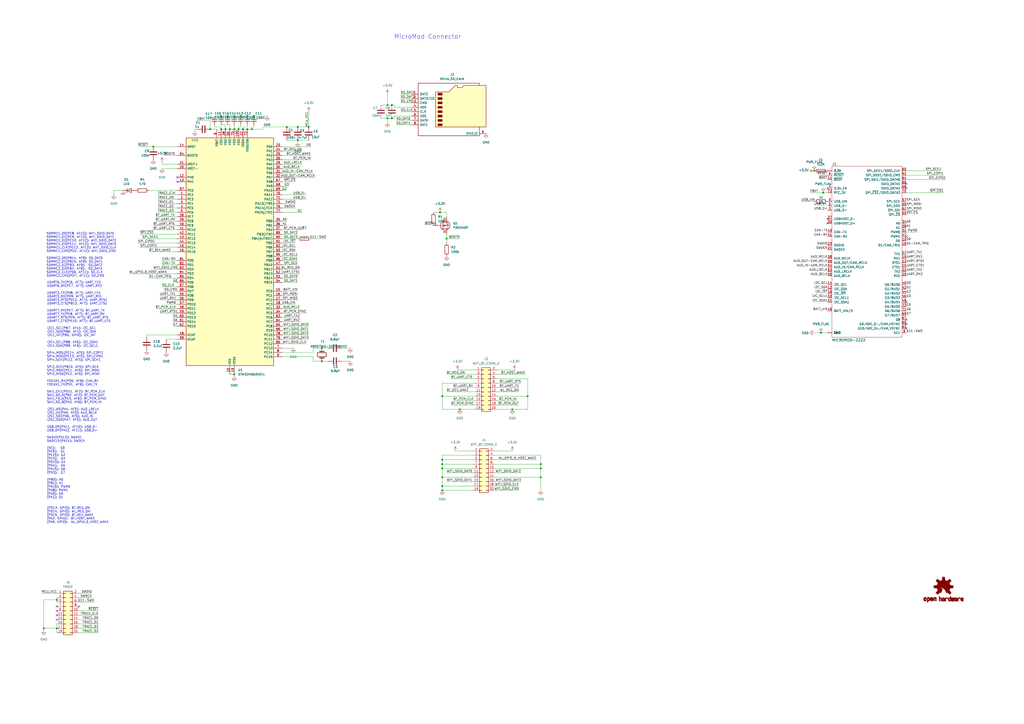
<source format=kicad_sch>
(kicad_sch (version 20250114) (generator "eeschema") (generator_version "9.0")
  (paper "A2")
  (lib_symbols
    (symbol "Connector:Micro_SD_Card" (pin_names (offset 1.016))
      (property "Reference" "J" (at -16.51 15.24 0))
      (property "Value" "Micro_SD_Card" (at 16.51 15.24 0))
      (symbol "Micro_SD_Card_1_1"
        (pin bidirectional line (at -22.86 7.62 0) (length 3.81) (name "DAT2") (number "1"))
        (pin bidirectional line (at -22.86 5.08 0) (length 3.81) (name "DAT3/CD") (number "2"))
        (pin input line (at -22.86 2.54 0) (length 3.81) (name "CMD") (number "3"))
        (pin power_in line (at -22.86 0 0) (length 3.81) (name "VDD") (number "4"))
        (pin input line (at -22.86 -2.54 0) (length 3.81) (name "CLK") (number "5"))
        (pin power_in line (at -22.86 -5.08 0) (length 3.81) (name "VSS") (number "6"))
        (pin bidirectional line (at -22.86 -7.62 0) (length 3.81) (name "DAT0") (number "7"))
        (pin bidirectional line (at -22.86 -10.16 0) (length 3.81) (name "DAT1") (number "8"))
        (pin passive line (at 20.32 -15.24 180) (length 3.81) (name "SHIELD") (number "9"))
      )
    )
    (symbol "Connector_Generic:Conn_02x10_Odd_Even" (pin_names (offset 1.016) (hide yes))
      (property "Reference" "J" (at 1.27 12.7 0))
      (property "Value" "Conn_02x10_Odd_Even" (at 1.27 -15.24 0))
      (symbol "Conn_02x10_Odd_Even_1_1"
        (pin passive line (at -5.08 10.16 0) (length 3.81) (name "Pin_1") (number "1"))
        (pin passive line (at -5.08 7.62 0) (length 3.81) (name "Pin_3") (number "3"))
        (pin passive line (at -5.08 5.08 0) (length 3.81) (name "Pin_5") (number "5"))
        (pin passive line (at -5.08 2.54 0) (length 3.81) (name "Pin_7") (number "7"))
        (pin passive line (at -5.08 0 0) (length 3.81) (name "Pin_9") (number "9"))
        (pin passive line (at -5.08 -2.54 0) (length 3.81) (name "Pin_11") (number "11"))
        (pin passive line (at -5.08 -5.08 0) (length 3.81) (name "Pin_13") (number "13"))
        (pin passive line (at -5.08 -7.62 0) (length 3.81) (name "Pin_15") (number "15"))
        (pin passive line (at -5.08 -10.16 0) (length 3.81) (name "Pin_17") (number "17"))
        (pin passive line (at -5.08 -12.7 0) (length 3.81) (name "Pin_19") (number "19"))
        (pin passive line (at 7.62 10.16 180) (length 3.81) (name "Pin_2") (number "2"))
        (pin passive line (at 7.62 7.62 180) (length 3.81) (name "Pin_4") (number "4"))
        (pin passive line (at 7.62 5.08 180) (length 3.81) (name "Pin_6") (number "6"))
        (pin passive line (at 7.62 2.54 180) (length 3.81) (name "Pin_8") (number "8"))
        (pin passive line (at 7.62 0 180) (length 3.81) (name "Pin_10") (number "10"))
        (pin passive line (at 7.62 -2.54 180) (length 3.81) (name "Pin_12") (number "12"))
        (pin passive line (at 7.62 -5.08 180) (length 3.81) (name "Pin_14") (number "14"))
        (pin passive line (at 7.62 -7.62 180) (length 3.81) (name "Pin_16") (number "16"))
        (pin passive line (at 7.62 -10.16 180) (length 3.81) (name "Pin_18") (number "18"))
        (pin passive line (at 7.62 -12.7 180) (length 3.81) (name "Pin_20") (number "20"))
      )
    )
    (symbol "Device:C" (pin_numbers (hide yes)) (pin_names (offset 0.254))
      (property "Reference" "C" (at 0.635 2.54 0))
      (property "Value" "C" (at 0.635 -2.54 0))
      (symbol "C_1_1"
        (pin passive line (at 0 3.81 270) (length 2.794) (name "~") (number "1"))
        (pin passive line (at 0 -3.81 90) (length 2.794) (name "~") (number "2"))
      )
    )
    (symbol "Device:C_Small" (pin_numbers (hide yes)) (pin_names (offset 0.254) (hide yes))
      (property "Reference" "C" (at 0.254 1.778 0))
      (property "Value" "C_Small" (at 0.254 -2.032 0))
      (symbol "C_Small_1_1"
        (pin passive line (at 0 2.54 270) (length 2.032) (name "~") (number "1"))
        (pin passive line (at 0 -2.54 90) (length 2.032) (name "~") (number "2"))
      )
    )
    (symbol "Device:Crystal" (pin_numbers (hide yes)) (pin_names (offset 1.016) (hide yes))
      (property "Reference" "Y" (at 0 3.81 0))
      (property "Value" "Crystal" (at 0 -3.81 0))
      (symbol "Crystal_1_1"
        (pin passive line (at -3.81 0 0) (length 1.27) (name "1") (number "1"))
        (pin passive line (at 3.81 0 180) (length 1.27) (name "2") (number "2"))
      )
    )
    (symbol "Device:Fuse" (pin_numbers (hide yes)) (pin_names (offset 0))
      (property "Reference" "F" (at 2.032 0 90))
      (property "Value" "Fuse" (at -1.905 0 90))
      (symbol "Fuse_1_1"
        (pin passive line (at 0 3.81 270) (length 1.27) (name "~") (number "1"))
        (pin passive line (at 0 -3.81 90) (length 1.27) (name "~") (number "2"))
      )
    )
    (symbol "Device:LED" (pin_numbers (hide yes)) (pin_names (offset 1.016) (hide yes))
      (property "Reference" "D" (at 0 2.54 0))
      (property "Value" "LED" (at 0 -2.54 0))
      (symbol "LED_1_1"
        (pin passive line (at -3.81 0 0) (length 2.54) (name "K") (number "1"))
        (pin passive line (at 3.81 0 180) (length 2.54) (name "A") (number "2"))
      )
    )
    (symbol "Device:R" (pin_numbers (hide yes)) (pin_names (offset 0))
      (property "Reference" "R" (at 2.032 0 90))
      (property "Value" "R" (at 0 0 90))
      (symbol "R_1_1"
        (pin passive line (at 0 3.81 270) (length 1.27) (name "~") (number "1"))
        (pin passive line (at 0 -3.81 90) (length 1.27) (name "~") (number "2"))
      )
    )
    (symbol "MCU_ST_STM32H5:STM32H562VGTx"
      (property "Reference" "U" (at -25.4 67.31 0))
      (property "Value" "STM32H562VGTx" (at 12.7 67.31 0))
      (symbol "STM32H562VGTx_1_1"
        (pin input line (at -30.48 60.96 0) (length 5.08) (name "NRST") (number "14"))
        (pin input line (at -30.48 55.88 0) (length 5.08) (name "BOOT0") (number "94"))
        (pin input line (at -30.48 50.8 0) (length 5.08) (name "VREF+") (number "21"))
        (pin input line (at -30.48 48.26 0) (length 5.08) (name "VREF-") (number "20"))
        (pin bidirectional line (at -30.48 43.18 0) (length 5.08) (name "PH0") (number "12"))
        (pin bidirectional line (at -30.48 40.64 0) (length 5.08) (name "PH1") (number "13"))
        (pin bidirectional line (at -30.48 35.56 0) (length 5.08) (name "PE0") (number "97"))
        (pin bidirectional line (at -30.48 33.02 0) (length 5.08) (name "PE2") (number "1"))
        (pin bidirectional line (at -30.48 30.48 0) (length 5.08) (name "PE3") (number "2"))
        (pin bidirectional line (at -30.48 27.94 0) (length 5.08) (name "PE4") (number "3"))
        (pin bidirectional line (at -30.48 25.4 0) (length 5.08) (name "PE5") (number "4"))
        (pin bidirectional line (at -30.48 22.86 0) (length 5.08) (name "PE6") (number "5"))
        (pin bidirectional line (at -30.48 20.32 0) (length 5.08) (name "PE7") (number "38"))
        (pin bidirectional line (at -30.48 17.78 0) (length 5.08) (name "PE8") (number "39"))
        (pin bidirectional line (at -30.48 15.24 0) (length 5.08) (name "PE9") (number "40"))
        (pin bidirectional line (at -30.48 12.7 0) (length 5.08) (name "PE10") (number "41"))
        (pin bidirectional line (at -30.48 10.16 0) (length 5.08) (name "PE11") (number "42"))
        (pin bidirectional line (at -30.48 7.62 0) (length 5.08) (name "PE12") (number "43"))
        (pin bidirectional line (at -30.48 5.08 0) (length 5.08) (name "PE13") (number "44"))
        (pin bidirectional line (at -30.48 2.54 0) (length 5.08) (name "PE14") (number "45"))
        (pin bidirectional line (at -30.48 0 0) (length 5.08) (name "PE15") (number "46"))
        (pin bidirectional line (at -30.48 -5.08 0) (length 5.08) (name "PD0") (number "81"))
        (pin bidirectional line (at -30.48 -7.62 0) (length 5.08) (name "PD1") (number "82"))
        (pin bidirectional line (at -30.48 -10.16 0) (length 5.08) (name "PD2") (number "83"))
        (pin bidirectional line (at -30.48 -12.7 0) (length 5.08) (name "PD3") (number "84"))
        (pin bidirectional line (at -30.48 -15.24 0) (length 5.08) (name "PD4") (number "85"))
        (pin bidirectional line (at -30.48 -17.78 0) (length 5.08) (name "PD5") (number "86"))
        (pin bidirectional line (at -30.48 -20.32 0) (length 5.08) (name "PD6") (number "87"))
        (pin bidirectional line (at -30.48 -22.86 0) (length 5.08) (name "PD7") (number "88"))
        (pin bidirectional line (at -30.48 -25.4 0) (length 5.08) (name "PD8") (number "55"))
        (pin bidirectional line (at -30.48 -27.94 0) (length 5.08) (name "PD9") (number "56"))
        (pin bidirectional line (at -30.48 -30.48 0) (length 5.08) (name "PD10") (number "57"))
        (pin bidirectional line (at -30.48 -33.02 0) (length 5.08) (name "PD11") (number "58"))
        (pin bidirectional line (at -30.48 -35.56 0) (length 5.08) (name "PD12") (number "59"))
        (pin bidirectional line (at -30.48 -38.1 0) (length 5.08) (name "PD13") (number "60"))
        (pin bidirectional line (at -30.48 -40.64 0) (length 5.08) (name "PD14") (number "61"))
        (pin bidirectional line (at -30.48 -43.18 0) (length 5.08) (name "PD15") (number "62"))
        (pin power_out line (at -30.48 -48.26 0) (length 5.08) (name "VCAP") (number "48"))
        (pin power_out line (at -30.48 -50.8 0) (length 5.08) (name "VCAP") (number "98"))
        (pin power_in line (at -7.62 71.12 270) (length 5.08) (name "VBAT") (number "6"))
        (pin power_in line (at -5.08 71.12 270) (length 5.08) (name "VDD") (number "11"))
        (pin power_in line (at -2.54 71.12 270) (length 5.08) (name "VDD") (number "28"))
        (pin power_in line (at 0 71.12 270) (length 5.08) (name "VDD") (number "50"))
        (pin power_in line (at 0 -71.12 90) (length 5.08) (name "VSS") (number "10"))
        (pin passive line (at 0 -71.12 90) (length 5.08) (hide yes) (name "VSS") (number "27"))
        (pin passive line (at 0 -71.12 90) (length 5.08) (hide yes) (name "VSS") (number "49"))
        (pin passive line (at 0 -71.12 90) (length 5.08) (hide yes) (name "VSS") (number "74"))
        (pin passive line (at 0 -71.12 90) (length 5.08) (hide yes) (name "VSS") (number "99"))
        (pin power_in line (at 2.54 71.12 270) (length 5.08) (name "VDD") (number "75"))
        (pin power_in line (at 2.54 -71.12 90) (length 5.08) (name "VSSA") (number "19"))
        (pin power_in line (at 5.08 71.12 270) (length 5.08) (name "VDD") (number "100"))
        (pin power_in line (at 7.62 71.12 270) (length 5.08) (name "VDDA") (number "22"))
        (pin power_in line (at 10.16 71.12 270) (length 5.08) (name "VDDUSB") (number "73"))
        (pin bidirectional line (at 30.48 60.96 180) (length 5.08) (name "PA0") (number "23"))
        (pin bidirectional line (at 30.48 58.42 180) (length 5.08) (name "PA1") (number "24"))
        (pin bidirectional line (at 30.48 55.88 180) (length 5.08) (name "PA2") (number "25"))
        (pin bidirectional line (at 30.48 53.34 180) (length 5.08) (name "PA3") (number "26"))
        (pin bidirectional line (at 30.48 50.8 180) (length 5.08) (name "PA4") (number "29"))
        (pin bidirectional line (at 30.48 48.26 180) (length 5.08) (name "PA5") (number "30"))
        (pin bidirectional line (at 30.48 45.72 180) (length 5.08) (name "PA6") (number "31"))
        (pin bidirectional line (at 30.48 43.18 180) (length 5.08) (name "PA7") (number "32"))
        (pin bidirectional line (at 30.48 40.64 180) (length 5.08) (name "PA8") (number "67"))
        (pin bidirectional line (at 30.48 38.1 180) (length 5.08) (name "PA9") (number "68"))
        (pin bidirectional line (at 30.48 35.56 180) (length 5.08) (name "PA10") (number "69"))
        (pin bidirectional line (at 30.48 33.02 180) (length 5.08) (name "PA11") (number "70"))
        (pin bidirectional line (at 30.48 30.48 180) (length 5.08) (name "PA12") (number "71"))
        (pin bidirectional line (at 30.48 27.94 180) (length 5.08) (name "PA13(JTMS") (number "72"))
        (pin bidirectional line (at 30.48 25.4 180) (length 5.08) (name "PA14(JTCK") (number "76"))
        (pin bidirectional line (at 30.48 22.86 180) (length 5.08) (name "PA15(JTDI)") (number "77"))
        (pin bidirectional line (at 30.48 17.78 180) (length 5.08) (name "PB0") (number "35"))
        (pin bidirectional line (at 30.48 15.24 180) (length 5.08) (name "PB1") (number "36"))
        (pin bidirectional line (at 30.48 12.7 180) (length 5.08) (name "PB2") (number "37"))
        (pin bidirectional line (at 30.48 10.16 180) (length 5.08) (name "PB3(JTDO") (number "89"))
        (pin bidirectional line (at 30.48 7.62 180) (length 5.08) (name "PB4(NJTRST)") (number "90"))
        (pin bidirectional line (at 30.48 5.08 180) (length 5.08) (name "PB5") (number "91"))
        (pin bidirectional line (at 30.48 2.54 180) (length 5.08) (name "PB6") (number "92"))
        (pin bidirectional line (at 30.48 0 180) (length 5.08) (name "PB7") (number "93"))
        (pin bidirectional line (at 30.48 -2.54 180) (length 5.08) (name "PB8") (number "95"))
        (pin bidirectional line (at 30.48 -5.08 180) (length 5.08) (name "PB9") (number "96"))
        (pin bidirectional line (at 30.48 -7.62 180) (length 5.08) (name "PB10") (number "47"))
        (pin bidirectional line (at 30.48 -10.16 180) (length 5.08) (name "PB12") (number "51"))
        (pin bidirectional line (at 30.48 -12.7 180) (length 5.08) (name "PB13") (number "52"))
        (pin bidirectional line (at 30.48 -15.24 180) (length 5.08) (name "PB14") (number "53"))
        (pin bidirectional line (at 30.48 -17.78 180) (length 5.08) (name "PB15") (number "54"))
        (pin bidirectional line (at 30.48 -22.86 180) (length 5.08) (name "PC0") (number "15"))
        (pin bidirectional line (at 30.48 -25.4 180) (length 5.08) (name "PC1") (number "16"))
        (pin bidirectional line (at 30.48 -27.94 180) (length 5.08) (name "PC2") (number "17"))
        (pin bidirectional line (at 30.48 -30.48 180) (length 5.08) (name "PC3") (number "18"))
        (pin bidirectional line (at 30.48 -33.02 180) (length 5.08) (name "PC4") (number "33"))
        (pin bidirectional line (at 30.48 -35.56 180) (length 5.08) (name "PC5") (number "34"))
        (pin bidirectional line (at 30.48 -38.1 180) (length 5.08) (name "PC6") (number "63"))
        (pin bidirectional line (at 30.48 -40.64 180) (length 5.08) (name "PC7") (number "64"))
        (pin bidirectional line (at 30.48 -43.18 180) (length 5.08) (name "PC8") (number "65"))
        (pin bidirectional line (at 30.48 -45.72 180) (length 5.08) (name "PC9") (number "66"))
        (pin bidirectional line (at 30.48 -48.26 180) (length 5.08) (name "PC10") (number "78"))
        (pin bidirectional line (at 30.48 -50.8 180) (length 5.08) (name "PC11") (number "79"))
        (pin bidirectional line (at 30.48 -53.34 180) (length 5.08) (name "PC12") (number "80"))
        (pin bidirectional line (at 30.48 -55.88 180) (length 5.08) (name "PC13") (number "7"))
        (pin bidirectional line (at 30.48 -58.42 180) (length 5.08) (name "PC14") (number "8"))
        (pin bidirectional line (at 30.48 -60.96 180) (length 5.08) (name "PC15") (number "9"))
      )
    )
    (symbol "MicroMod_Processor_Board_(2):MICROMOD-2222" (pin_names (offset 1.016))
      (property "Reference" "J" (at -20.32 53.848 0))
      (property "Value" "MICROMOD-2222" (at -20.32 -48.26 0))
      (symbol "MICROMOD-2222_1_0"
        (pin bidirectional line (at -22.86 50.8 0) (length 2.54) (name "3.3V") (number "2"))
        (pin bidirectional line (at -22.86 50.8 0) (length 2.54) (name "3.3V") (number "74"))
        (pin bidirectional line (at -22.86 48.26 0) (length 2.54) (name "~{RESET}") (number "6"))
        (pin bidirectional line (at -22.86 45.72 0) (length 2.54) (name "~{BOOT}") (number "11"))
        (pin bidirectional line (at -22.86 40.64 0) (length 2.54) (name "3.3V_EN") (number "4"))
        (pin bidirectional line (at -22.86 38.1 0) (length 2.54) (name "RTC_3V") (number "72"))
        (pin bidirectional line (at -22.86 33.02 0) (length 2.54) (name "USB_VIN") (number "9"))
        (pin bidirectional line (at -22.86 30.48 0) (length 2.54) (name "USB_D-") (number "5"))
        (pin bidirectional line (at -22.86 27.94 0) (length 2.54) (name "USB_D+") (number "3"))
        (pin bidirectional line (at -22.86 22.86 0) (length 2.54) (name "USBHOST_D-") (number "37"))
        (pin bidirectional line (at -22.86 20.32 0) (length 2.54) (name "USBHOST_D+") (number "35"))
        (pin bidirectional line (at -22.86 15.24 0) (length 2.54) (name "CAN-TX") (number "43"))
        (pin bidirectional line (at -22.86 12.7 0) (length 2.54) (name "CAN-RX") (number "41"))
        (pin bidirectional line (at -22.86 7.62 0) (length 2.54) (name "SWDIO") (number "23"))
        (pin bidirectional line (at -22.86 5.08 0) (length 2.54) (name "SWDCK") (number "21"))
        (pin bidirectional line (at -22.86 0 0) (length 2.54) (name "AUD_MCLK") (number "58"))
        (pin bidirectional line (at -22.86 -2.54 0) (length 2.54) (name "AUD_OUT/CAM_MCLK") (number "56"))
        (pin bidirectional line (at -22.86 -5.08 0) (length 2.54) (name "AUD_IN/CAM_PCLK") (number "54"))
        (pin bidirectional line (at -22.86 -7.62 0) (length 2.54) (name "AUD_LRCLK") (number "52"))
        (pin bidirectional line (at -22.86 -10.16 0) (length 2.54) (name "AUD_BCLK") (number "50"))
        (pin bidirectional line (at -22.86 -15.24 0) (length 2.54) (name "I2C_SCL") (number "14"))
        (pin bidirectional line (at -22.86 -17.78 0) (length 2.54) (name "I2C_SDA") (number "12"))
        (pin bidirectional line (at -22.86 -20.32 0) (length 2.54) (name "I2C_~{INT}") (number "16"))
        (pin bidirectional line (at -22.86 -22.86 0) (length 2.54) (name "I2C_SCL1") (number "53"))
        (pin bidirectional line (at -22.86 -25.4 0) (length 2.54) (name "I2C_SDA1") (number "51"))
        (pin bidirectional line (at -22.86 -30.48 0) (length 2.54) (name "BATT_VIN/3") (number "49"))
        (pin bidirectional line (at -22.86 -43.18 0) (length 2.54) (name "GND") (number "1"))
        (pin bidirectional line (at -22.86 -43.18 0) (length 2.54) (name "GND") (number "33"))
        (pin bidirectional line (at -22.86 -43.18 0) (length 2.54) (name "GND") (number "36"))
        (pin bidirectional line (at -22.86 -43.18 0) (length 2.54) (name "GND") (number "39"))
        (pin bidirectional line (at -22.86 -43.18 0) (length 2.54) (name "GND") (number "45"))
        (pin bidirectional line (at -22.86 -43.18 0) (length 2.54) (name "GND") (number "7"))
        (pin bidirectional line (at -22.86 -43.18 0) (length 2.54) (name "GND") (number "75"))
        (pin bidirectional line (at -22.86 -43.18 0) (length 2.54) (name "GND") (number "GND1"))
        (pin bidirectional line (at -22.86 -43.18 0) (length 2.54) (name "GND") (number "GND2"))
        (pin bidirectional line (at -22.86 -43.18 0) (length 2.54) (name "GND") (number "GND3"))
        (pin bidirectional line (at 22.86 50.8 180) (length 2.54) (name "SPI_SCK1/SDIO_CLK") (number "60"))
        (pin bidirectional line (at 22.86 48.26 180) (length 2.54) (name "SPI_SDO1/SDIO_CMD") (number "62"))
        (pin bidirectional line (at 22.86 45.72 180) (length 2.54) (name "SPI_SDI1/SDIO_DATA0") (number "64"))
        (pin bidirectional line (at 22.86 43.18 180) (length 2.54) (name "SDIO_DATA1") (number "66"))
        (pin bidirectional line (at 22.86 40.64 180) (length 2.54) (name "SDIO_DATA2") (number "68"))
        (pin bidirectional line (at 22.86 38.1 180) (length 2.54) (name "SPI_~{CS1}/SDIO_DATA3") (number "70"))
        (pin bidirectional line (at 22.86 33.02 180) (length 2.54) (name "SPI_SCK") (number "57"))
        (pin bidirectional line (at 22.86 30.48 180) (length 2.54) (name "SPI_SDO") (number "59"))
        (pin bidirectional line (at 22.86 27.94 180) (length 2.54) (name "SPI_SDI") (number "61"))
        (pin bidirectional line (at 22.86 25.4 180) (length 2.54) (name "SPI_~{CS}") (number "55"))
        (pin bidirectional line (at 22.86 20.32 180) (length 2.54) (name "A0") (number "34"))
        (pin bidirectional line (at 22.86 17.78 180) (length 2.54) (name "A1") (number "38"))
        (pin bidirectional line (at 22.86 15.24 180) (length 2.54) (name "PWM0") (number "32"))
        (pin bidirectional line (at 22.86 12.7 180) (length 2.54) (name "PWM1") (number "47"))
        (pin bidirectional line (at 22.86 10.16 180) (length 2.54) (name "D0") (number "10"))
        (pin bidirectional line (at 22.86 7.62 180) (length 2.54) (name "D1/CAM_TRIG") (number "18"))
        (pin bidirectional line (at 22.86 2.54 180) (length 2.54) (name "TX1") (number "17"))
        (pin bidirectional line (at 22.86 0 180) (length 2.54) (name "RX1") (number "19"))
        (pin bidirectional line (at 22.86 -2.54 180) (length 2.54) (name "RTS1") (number "13"))
        (pin bidirectional line (at 22.86 -5.08 180) (length 2.54) (name "CTS1") (number "15"))
        (pin bidirectional line (at 22.86 -7.62 180) (length 2.54) (name "TX2") (number "22"))
        (pin bidirectional line (at 22.86 -10.16 180) (length 2.54) (name "RX2") (number "20"))
        (pin bidirectional line (at 22.86 -15.24 180) (length 2.54) (name "G0/BUS0") (number "40"))
        (pin bidirectional line (at 22.86 -17.78 180) (length 2.54) (name "G1/BUS1") (number "42"))
        (pin bidirectional line (at 22.86 -20.32 180) (length 2.54) (name "G2/BUS2") (number "44"))
        (pin bidirectional line (at 22.86 -22.86 180) (length 2.54) (name "G3/BUS3") (number "46"))
        (pin bidirectional line (at 22.86 -25.4 180) (length 2.54) (name "G4/BUS4") (number "48"))
        (pin bidirectional line (at 22.86 -27.94 180) (length 2.54) (name "G5/BUS5") (number "73"))
        (pin bidirectional line (at 22.86 -30.48 180) (length 2.54) (name "G6/BUS6") (number "71"))
        (pin bidirectional line (at 22.86 -33.02 180) (length 2.54) (name "G7/BUS7") (number "69"))
        (pin bidirectional line (at 22.86 -35.56 180) (length 2.54) (name "G8") (number "67"))
        (pin bidirectional line (at 22.86 -38.1 180) (length 2.54) (name "G9/ADC_D-/CAM_HSYNC") (number "65"))
        (pin bidirectional line (at 22.86 -40.64 180) (length 2.54) (name "G10/ADC_D+/CAM_VSYNC") (number "63"))
        (pin bidirectional line (at 22.86 -43.18 180) (length 2.54) (name "G11") (number "8"))
      )
    )
    (symbol "MicroMod_Processor_Board_(2):OSHW-LOGOS" (pin_names (offset 1.016)))
    (symbol "Transistor_FET:FDN340P" (pin_names (hide yes))
      (property "Reference" "Q" (at 5.08 1.905 0))
      (property "Value" "FDN340P" (at 5.08 0 0))
      (symbol "FDN340P_1_1"
        (pin input line (at -5.08 0 0) (length 2.54) (name "G") (number "1"))
        (pin passive line (at 2.54 5.08 270) (length 2.54) (name "D") (number "3"))
        (pin passive line (at 2.54 -5.08 90) (length 2.54) (name "S") (number "2"))
      )
    )
    (symbol "power:+3.3V" (power) (pin_numbers (hide yes)) (pin_names (offset 0) (hide yes))
      (property "Value" "+3.3V" (at 0 3.556 0))
      (symbol "+3.3V_1_1"
        (pin power_in line (at 0 0 90) (length 0) (name "~") (number "1"))
      )
    )
    (symbol "power:GND" (power) (pin_numbers (hide yes)) (pin_names (offset 0) (hide yes))
      (property "Value" "GND" (at 0 -3.81 0))
      (symbol "GND_1_1"
        (pin power_in line (at 0 0 270) (length 0) (name "~") (number "1"))
      )
    )
    (symbol "power:PWR_FLAG" (power) (pin_numbers (hide yes)) (pin_names (offset 0) (hide yes))
      (property "Value" "PWR_FLAG" (at 0 3.81 0))
      (symbol "PWR_FLAG_0_0"
        (pin power_out line (at 0 0 90) (length 0) (name "~") (number "1"))
      )
    )
  )
  (text "MicroMod Connector" (at 228.6 22.86 0) (effects (font (size 2.54 2.54)) (justify left bottom)))
  (text "SDMMC1_D0(PC8, AF12): WIFI_SDIO_DAT0\nSDMMC1_D1(PC9, AF12): WIFI_SDIO_DAT1\nSDMMC1_D2(PC10, AF12): WIFI_SDIO_DAT2\nSDMMC1_D3(PC11, AF12): WIFI_SDIO_DAT3\nSDMMC1_CLK(PC12, AF12): WIFI_SDIO_CLK\nSDMMC1_CMD(PD2, AF12): WIFI_SDIO_CMD\n\nSDMMC2_D0(PB14, AF9): SD_DAT0\nSDMMC2_D1(PB15, AF9): SD_DAT1\nSDMMC2_D2(PB3, AF9):  SD_DAT2\nSDMMC2_D3(PB4, AF9):  SD_DAT3\nSDMMC2_CLK(PD6, AF11): SD_CLK\nSDMMC2_CMD(PD7, AF11): SD_CMD" (at 26.924 147.828 0) (effects (font (size 1.27 1.27)) (justify left)))
  (text "USART6_TX(PC6, AF7): UART_TX2\nUSART6_RX(PC7, AF7): UART_RX2\n\nUSART3_TX(PD8, AF7): UART_TX1\nUSART3_RX(PD9, AF7): UART_RX1\nUSART3_RTS(PD12, AF7): UART_RTS1\nUSART3_CTS(PB13, AF7): UART_CTS1\n\nUSART7_RX(PE7, AF7): BT_UART_TX\nUSART7_TX(PE8, AF7): BT_UART_RX\nUSART7_RTS(PE9, AF7): BT_UART_RTS\nUSART7_CTS(PE10, AF7): BT_UART_CTS\n\nI2C1_SCL(PB7, AF4): I2C_SCL\nI2C1_SDA(PB6, AF4): I2C_SDA\nI2C1_INT(PB5, GPIO): I2C_INT\n\nI2C4_SCL(PB8, AF6): I2C_SDA1\nI2C4_SDA(PB9, AF6): I2C_SCL1\n\nSPI4_MOSI(PE14, AF5): SPI_COPI1\nSPI4_MISO(PE13, AF5): SPI_CIPO1\nSPI4_SCK(PE12, AF5): SPI_SCK1\n\nSPI2_SCK(PB10, AF5): SPI_SCK\nSPI2_MOSI(PC1, AF5): SPI_MOSI\nSPI2_MISO(PC2, AF5): SPI_MISO\n\nFDCAN1_RX(PD0, AF9): CAN_RX\nFDCAN1_TX(PD1, AF9): CAN_TX\n\nSAI1_CK1(PD11, AF2): BT_PCM_CLK\nSAI1_SD_A(PB2, AF2): BT_PCM_OUT\nSAI1_FS_A(PC5, AF6): BT_PCM_SYNC\nSAI1_SD_B(PA3, AF6): BT_PCM_IN\n\nI2S1_WS(PA4, AF5): AUD_LRCLK\nI2S1_CK(PA5, AF5): AUD_BCLK\nI2S1_SDI(PA6, AF5): AUD_IN\nI2S1_SDO(PA7, AF5): AUD_OUT\n\nUSB_DM(PA11, AF10): USB_D-\nUSB_DP(PA12, AF11): USB_D+\n\nSWDIO(PA13): SWDIO\nSWDCLK(PA14): SWDCK\n\n(NC):   G0\n(PE0):  G1\n(PE15): G2\n(PC3):  G3\n(PD10): G4\n(PD4):  G5\n(PA15): G6\n(PD3):  G7\n\n(PB0): A0\n(PB1): A1\n(PA10): PWM0\n(PA8): PWM1\n(PA0): D0\n(PA1): D1\n\n\n(PD13, GPIO): BT_REG_ON\n(PD14, GPIO): WL_REG_ON\n(PD15, GPIO): BT_DEV_WAKE\n(PA2, GPIO):  BT_HOST_WAKE\n(PA9, GPIO):  WL_GPIO_0_HOST_WAKE\n" (at 27.178 233.426 0) (effects (font (size 1.27 1.27)) (justify left)))
  (junction (at 146.05 74.93))
  (junction (at 166.37 73.66))
  (junction (at 227.33 68.58))
  (junction (at 477.52 111.76))
  (junction (at 33.02 347.98))
  (junction (at 130.81 74.93))
  (junction (at 138.43 74.93))
  (junction (at 313.69 276.86))
  (junction (at 186.69 209.55))
  (junction (at 186.69 201.93))
  (junction (at 135.89 217.17))
  (junction (at 88.9 85.09))
  (junction (at 33.02 364.49))
  (junction (at 133.35 74.93))
  (junction (at 132.08 67.31))
  (junction (at 256.54 266.7))
  (junction (at 259.08 138.43))
  (junction (at 139.7 67.31))
  (junction (at 256.54 271.78))
  (junction (at 143.51 67.31))
  (junction (at 313.69 271.78))
  (junction (at 172.72 81.28))
  (junction (at 256.54 269.24))
  (junction (at 224.79 68.58))
  (junction (at 224.79 60.96))
  (junction (at 135.89 67.31))
  (junction (at 227.33 60.96))
  (junction (at 476.25 193.04))
  (junction (at 256.54 229.87))
  (junction (at 143.51 74.93))
  (junction (at 266.7 237.49))
  (junction (at 297.18 237.49))
  (junction (at 128.27 74.93))
  (junction (at 172.72 73.66))
  (junction (at 313.69 269.24))
  (junction (at 135.89 74.93))
  (junction (at 256.54 281.94))
  (junction (at 140.97 74.93))
  (junction (at 255.27 123.19))
  (junction (at 256.54 276.86))
  (junction (at 179.07 73.66))
  (junction (at 306.07 229.87))
  (junction (at 147.32 67.31))
  (junction (at 25.4 364.49))
  (junction (at 128.27 67.31))
  (junction (at 121.92 74.93))
  (junction (at 472.44 99.06))
  (junction (at 256.54 284.48))
  (no_connect (at 102.87 102.87))
  (no_connect (at 480.06 129.54))
  (no_connect (at 480.06 127))
  (no_connect (at 525.78 187.96))
  (no_connect (at 45.72 351.79))
  (no_connect (at 480.06 109.22))
  (no_connect (at 525.78 106.68))
  (no_connect (at 33.02 356.87))
  (no_connect (at 525.78 137.16))
  (no_connect (at 525.78 190.5))
  (no_connect (at 33.02 359.41))
  (no_connect (at 525.78 185.42))
  (no_connect (at 525.78 109.22))
  (no_connect (at 33.02 351.79))
  (no_connect (at 102.87 105.41))
  (no_connect (at 525.78 175.26))
  (no_connect (at 33.02 354.33))
  (wire (pts (xy 297.18 261.62) (xy 287.02 261.62)))
  (wire (pts (xy 177.8 113.03) (xy 163.83 113.03)))
  (wire (pts (xy 163.83 179.07) (xy 173.99 179.07)))
  (wire (pts (xy 264.16 261.62) (xy 274.32 261.62)))
  (wire (pts (xy 93.98 97.79) (xy 102.87 97.79)))
  (wire (pts (xy 124.46 72.39) (xy 124.46 73.66)))
  (wire (pts (xy 163.83 105.41) (xy 171.45 105.41)))
  (wire (pts (xy 91.44 120.65) (xy 102.87 120.65)))
  (wire (pts (xy 224.79 60.96) (xy 227.33 60.96)))
  (wire (pts (xy 256.54 266.7) (xy 274.32 266.7)))
  (wire (pts (xy 265.43 214.63) (xy 275.59 214.63)))
  (wire (pts (xy 190.5 201.93) (xy 186.69 201.93)))
  (wire (pts (xy 287.02 269.24) (xy 313.69 269.24)))
  (wire (pts (xy 256.54 284.48) (xy 274.32 284.48)))
  (wire (pts (xy 132.08 72.39) (xy 133.35 72.39)))
  (wire (pts (xy 146.05 73.66) (xy 147.32 73.66)))
  (wire (pts (xy 186.69 209.55) (xy 190.5 209.55)))
  (wire (pts (xy 121.92 74.93) (xy 125.73 74.93)))
  (wire (pts (xy 224.79 54.61) (xy 224.79 60.96)))
  (wire (pts (xy 93.98 93.98) (xy 93.98 95.25)))
  (wire (pts (xy 228.6 60.96) (xy 228.6 62.23)))
  (wire (pts (xy 163.83 191.77) (xy 179.07 191.77)))
  (wire (pts (xy 45.72 354.33) (xy 57.15 354.33)))
  (wire (pts (xy 232.41 54.61) (xy 238.76 54.61)))
  (wire (pts (xy 525.78 104.14) (xy 548.64 104.14)))
  (wire (pts (xy 102.87 125.73) (xy 90.17 125.73)))
  (wire (pts (xy 288.29 224.79) (xy 300.99 224.79)))
  (wire (pts (xy 288.29 222.25) (xy 302.26 222.25)))
  (wire (pts (xy 288.29 234.95) (xy 300.99 234.95)))
  (wire (pts (xy 232.41 64.77) (xy 238.76 64.77)))
  (wire (pts (xy 163.83 194.31) (xy 179.07 194.31)))
  (wire (pts (xy 57.15 359.41) (xy 45.72 359.41)))
  (wire (pts (xy 102.87 140.97) (xy 80.01 140.97)))
  (wire (pts (xy 33.02 347.98) (xy 33.02 349.25)))
  (wire (pts (xy 163.83 148.59) (xy 172.72 148.59)))
  (wire (pts (xy 90.17 179.07) (xy 102.87 179.07)))
  (wire (pts (xy 91.44 123.19) (xy 102.87 123.19)))
  (wire (pts (xy 180.34 138.43) (xy 189.23 138.43)))
  (wire (pts (xy 177.8 199.39) (xy 163.83 199.39)))
  (wire (pts (xy 259.08 123.19) (xy 259.08 125.73)))
  (wire (pts (xy 128.27 73.66) (xy 128.27 74.93)))
  (wire (pts (xy 163.83 97.79) (xy 173.99 97.79)))
  (wire (pts (xy 138.43 73.66) (xy 138.43 74.93)))
  (wire (pts (xy 143.51 74.93) (xy 146.05 74.93)))
  (wire (pts (xy 163.83 118.11) (xy 171.45 118.11)))
  (wire (pts (xy 172.72 73.66) (xy 166.37 73.66)))
  (wire (pts (xy 170.18 201.93) (xy 163.83 201.93)))
  (wire (pts (xy 102.87 143.51) (xy 81.28 143.51)))
  (wire (pts (xy 163.83 196.85) (xy 179.07 196.85)))
  (wire (pts (xy 102.87 90.17) (xy 95.25 90.17)))
  (wire (pts (xy 274.32 279.4) (xy 259.08 279.4)))
  (wire (pts (xy 163.83 133.35) (xy 176.53 133.35)))
  (wire (pts (xy 100.33 163.83) (xy 102.87 163.83)))
  (wire (pts (xy 163.83 128.27) (xy 166.37 128.27)))
  (wire (pts (xy 275.59 227.33) (xy 259.08 227.33)))
  (wire (pts (xy 163.83 184.15) (xy 173.99 184.15)))
  (wire (pts (xy 171.45 176.53) (xy 163.83 176.53)))
  (wire (pts (xy 163.83 120.65) (xy 171.45 120.65)))
  (wire (pts (xy 74.93 158.75) (xy 102.87 158.75)))
  (wire (pts (xy 163.83 189.23) (xy 179.07 189.23)))
  (wire (pts (xy 232.41 57.15) (xy 238.76 57.15)))
  (wire (pts (xy 256.54 281.94) (xy 256.54 276.86)))
  (wire (pts (xy 256.54 271.78) (xy 256.54 269.24)))
  (wire (pts (xy 25.4 365.76) (xy 25.4 364.49)))
  (wire (pts (xy 163.83 95.25) (xy 175.26 95.25)))
  (wire (pts (xy 85.09 194.31) (xy 102.87 194.31)))
  (wire (pts (xy 297.18 237.49) (xy 306.07 237.49)))
  (wire (pts (xy 132.08 67.31) (xy 135.89 67.31)))
  (wire (pts (xy 163.83 204.47) (xy 181.61 204.47)))
  (wire (pts (xy 181.61 204.47) (xy 181.61 201.93)))
  (wire (pts (xy 476.25 193.04) (xy 480.06 193.04)))
  (wire (pts (xy 33.02 361.95) (xy 33.02 364.49)))
  (wire (pts (xy 66.04 110.49) (xy 71.12 110.49)))
  (wire (pts (xy 133.35 72.39) (xy 133.35 74.93)))
  (wire (pts (xy 172.72 161.29) (xy 163.83 161.29)))
  (wire (pts (xy 102.87 186.69) (xy 100.33 186.69)))
  (wire (pts (xy 469.9 111.76) (xy 477.52 111.76)))
  (wire (pts (xy 306.07 219.71) (xy 288.29 219.71)))
  (wire (pts (xy 228.6 67.31) (xy 238.76 67.31)))
  (wire (pts (xy 313.69 269.24) (xy 313.69 271.78)))
  (wire (pts (xy 152.4 73.66) (xy 166.37 73.66)))
  (wire (pts (xy 266.7 237.49) (xy 275.59 237.49)))
  (wire (pts (xy 86.36 161.29) (xy 102.87 161.29)))
  (wire (pts (xy 220.98 68.58) (xy 224.79 68.58)))
  (wire (pts (xy 256.54 269.24) (xy 256.54 266.7)))
  (wire (pts (xy 180.34 90.17) (xy 163.83 90.17)))
  (wire (pts (xy 313.69 271.78) (xy 313.69 276.86)))
  (wire (pts (xy 256.54 284.48) (xy 256.54 281.94)))
  (wire (pts (xy 287.02 276.86) (xy 313.69 276.86)))
  (wire (pts (xy 287.02 271.78) (xy 313.69 271.78)))
  (wire (pts (xy 102.87 176.53) (xy 96.52 176.53)))
  (wire (pts (xy 45.72 349.25) (xy 54.61 349.25)))
  (wire (pts (xy 525.78 99.06) (xy 546.1 99.06)))
  (wire (pts (xy 232.41 59.69) (xy 238.76 59.69)))
  (wire (pts (xy 224.79 71.12) (xy 224.79 68.58)))
  (wire (pts (xy 229.87 72.39) (xy 238.76 72.39)))
  (wire (pts (xy 140.97 74.93) (xy 143.51 74.93)))
  (wire (pts (xy 163.83 138.43) (xy 172.72 138.43)))
  (wire (pts (xy 163.83 140.97) (xy 171.45 140.97)))
  (wire (pts (xy 88.9 85.09) (xy 102.87 85.09)))
  (wire (pts (xy 93.98 95.25) (xy 102.87 95.25)))
  (wire (pts (xy 259.08 217.17) (xy 275.59 217.17)))
  (wire (pts (xy 288.29 237.49) (xy 297.18 237.49)))
  (wire (pts (xy 121.92 69.85) (xy 121.92 74.93)))
  (wire (pts (xy 275.59 229.87) (xy 256.54 229.87)))
  (wire (pts (xy 93.98 151.13) (xy 102.87 151.13)))
  (wire (pts (xy 198.12 209.55) (xy 203.2 209.55)))
  (wire (pts (xy 102.87 130.81) (xy 88.9 130.81)))
  (wire (pts (xy 181.61 201.93) (xy 186.69 201.93)))
  (wire (pts (xy 228.6 68.58) (xy 228.6 67.31)))
  (wire (pts (xy 95.25 168.91) (xy 102.87 168.91)))
  (wire (pts (xy 80.01 85.09) (xy 88.9 85.09)))
  (wire (pts (xy 274.32 274.32) (xy 259.08 274.32)))
  (wire (pts (xy 100.33 189.23) (xy 102.87 189.23)))
  (wire (pts (xy 298.45 214.63) (xy 288.29 214.63)))
  (wire (pts (xy 140.97 73.66) (xy 143.51 73.66)))
  (wire (pts (xy 152.4 73.66) (xy 152.4 74.93)))
  (wire (pts (xy 57.15 356.87) (xy 45.72 356.87)))
  (wire (pts (xy 172.72 81.28) (xy 179.07 81.28)))
  (wire (pts (xy 306.07 219.71) (xy 306.07 229.87)))
  (wire (pts (xy 133.35 74.93) (xy 135.89 74.93)))
  (wire (pts (xy 113.03 76.2) (xy 113.03 74.93)))
  (wire (pts (xy 311.15 266.7) (xy 287.02 266.7)))
  (wire (pts (xy 147.32 67.31) (xy 154.94 67.31)))
  (wire (pts (xy 173.99 156.21) (xy 163.83 156.21)))
  (wire (pts (xy 256.54 264.16) (xy 274.32 264.16)))
  (wire (pts (xy 124.46 67.31) (xy 128.27 67.31)))
  (wire (pts (xy 304.8 217.17) (xy 288.29 217.17)))
  (wire (pts (xy 179.07 64.77) (xy 179.07 73.66)))
  (wire (pts (xy 45.72 346.71) (xy 53.34 346.71)))
  (wire (pts (xy 172.72 73.66) (xy 179.07 73.66)))
  (wire (pts (xy 313.69 264.16) (xy 313.69 269.24)))
  (wire (pts (xy 472.44 193.04) (xy 476.25 193.04)))
  (wire (pts (xy 251.46 123.19) (xy 255.27 123.19)))
  (wire (pts (xy 128.27 72.39) (xy 130.81 72.39)))
  (wire (pts (xy 256.54 229.87) (xy 256.54 237.49)))
  (wire (pts (xy 275.59 222.25) (xy 256.54 222.25)))
  (wire (pts (xy 163.83 146.05) (xy 171.45 146.05)))
  (wire (pts (xy 133.35 217.17) (xy 135.89 217.17)))
  (wire (pts (xy 300.99 227.33) (xy 288.29 227.33)))
  (wire (pts (xy 128.27 74.93) (xy 130.81 74.93)))
  (wire (pts (xy 163.83 168.91) (xy 172.72 168.91)))
  (wire (pts (xy 93.98 153.67) (xy 102.87 153.67)))
  (wire (pts (xy 91.44 118.11) (xy 102.87 118.11)))
  (wire (pts (xy 262.89 232.41) (xy 275.59 232.41)))
  (wire (pts (xy 177.8 115.57) (xy 163.83 115.57)))
  (wire (pts (xy 113.03 74.93) (xy 114.3 74.93)))
  (wire (pts (xy 306.07 229.87) (xy 306.07 237.49)))
  (wire (pts (xy 464.82 116.84) (xy 472.44 116.84)))
  (wire (pts (xy 275.59 219.71) (xy 261.62 219.71)))
  (wire (pts (xy 256.54 266.7) (xy 256.54 264.16)))
  (wire (pts (xy 85.09 195.58) (xy 85.09 194.31)))
  (wire (pts (xy 220.98 60.96) (xy 224.79 60.96)))
  (wire (pts (xy 163.83 107.95) (xy 167.64 107.95)))
  (wire (pts (xy 163.83 100.33) (xy 181.61 100.33)))
  (wire (pts (xy 287.02 279.4) (xy 302.26 279.4)))
  (wire (pts (xy 224.79 68.58) (xy 227.33 68.58)))
  (wire (pts (xy 163.83 207.01) (xy 181.61 207.01)))
  (wire (pts (xy 102.87 181.61) (xy 92.71 181.61)))
  (wire (pts (xy 138.43 73.66) (xy 139.7 73.66)))
  (wire (pts (xy 86.36 110.49) (xy 102.87 110.49)))
  (wire (pts (xy 256.54 222.25) (xy 256.54 229.87)))
  (wire (pts (xy 256.54 269.24) (xy 274.32 269.24)))
  (wire (pts (xy 81.28 135.89) (xy 102.87 135.89)))
  (wire (pts (xy 172.72 163.83) (xy 163.83 163.83)))
  (wire (pts (xy 547.37 111.76) (xy 525.78 111.76)))
  (wire (pts (xy 287.02 284.48) (xy 300.99 284.48)))
  (wire (pts (xy 525.78 134.62) (xy 532.13 134.62)))
  (wire (pts (xy 102.87 133.35) (xy 88.9 133.35)))
  (wire (pts (xy 102.87 146.05) (xy 86.36 146.05)))
  (wire (pts (xy 313.69 276.86) (xy 313.69 284.48)))
  (wire (pts (xy 180.34 85.09) (xy 163.83 85.09)))
  (wire (pts (xy 33.02 364.49) (xy 33.02 367.03)))
  (wire (pts (xy 66.04 113.03) (xy 66.04 110.49)))
  (wire (pts (xy 25.4 364.49) (xy 25.4 347.98)))
  (wire (pts (xy 135.89 67.31) (xy 139.7 67.31)))
  (wire (pts (xy 163.83 151.13) (xy 172.72 151.13)))
  (wire (pts (xy 45.72 344.17) (xy 53.34 344.17)))
  (wire (pts (xy 96.52 196.85) (xy 102.87 196.85)))
  (wire (pts (xy 88.9 156.21) (xy 102.87 156.21)))
  (wire (pts (xy 163.83 173.99) (xy 172.72 173.99)))
  (wire (pts (xy 130.81 72.39) (xy 130.81 74.93)))
  (wire (pts (xy 288.29 232.41) (xy 299.72 232.41)))
  (wire (pts (xy 25.4 347.98) (xy 33.02 347.98)))
  (wire (pts (xy 139.7 67.31) (xy 143.51 67.31)))
  (wire (pts (xy 228.6 62.23) (xy 238.76 62.23)))
  (wire (pts (xy 259.08 138.43) (xy 266.7 138.43)))
  (wire (pts (xy 92.71 173.99) (xy 102.87 173.99)))
  (wire (pts (xy 128.27 67.31) (xy 132.08 67.31)))
  (wire (pts (xy 140.97 74.93) (xy 140.97 73.66)))
  (wire (pts (xy 135.89 217.17) (xy 135.89 218.44)))
  (wire (pts (xy 24.13 344.17) (xy 33.02 344.17)))
  (wire (pts (xy 138.43 74.93) (xy 140.97 74.93)))
  (wire (pts (xy 163.83 158.75) (xy 173.99 158.75)))
  (wire (pts (xy 256.54 237.49) (xy 266.7 237.49)))
  (wire (pts (xy 139.7 73.66) (xy 139.7 72.39)))
  (wire (pts (xy 163.83 135.89) (xy 172.72 135.89)))
  (wire (pts (xy 477.52 111.76) (xy 480.06 111.76)))
  (wire (pts (xy 181.61 209.55) (xy 186.69 209.55)))
  (wire (pts (xy 181.61 207.01) (xy 181.61 209.55)))
  (wire (pts (xy 163.83 92.71) (xy 180.34 92.71)))
  (wire (pts (xy 102.87 128.27) (xy 90.17 128.27)))
  (wire (pts (xy 172.72 82.55) (xy 172.72 81.28)))
  (wire (pts (xy 163.83 130.81) (xy 166.37 130.81)))
  (wire (pts (xy 33.02 364.49) (xy 25.4 364.49)))
  (wire (pts (xy 288.29 229.87) (xy 306.07 229.87)))
  (wire (pts (xy 229.87 69.85) (xy 238.76 69.85)))
  (wire (pts (xy 259.08 140.97) (xy 259.08 138.43)))
  (wire (pts (xy 147.32 72.39) (xy 147.32 73.66)))
  (wire (pts (xy 166.37 110.49) (xy 163.83 110.49)))
  (wire (pts (xy 143.51 67.31) (xy 147.32 67.31)))
  (wire (pts (xy 33.02 346.71) (xy 33.02 347.98)))
  (wire (pts (xy 124.46 73.66) (xy 128.27 73.66)))
  (wire (pts (xy 91.44 115.57) (xy 102.87 115.57)))
  (wire (pts (xy 146.05 74.93) (xy 146.05 73.66)))
  (wire (pts (xy 130.81 74.93) (xy 133.35 74.93)))
  (wire (pts (xy 256.54 276.86) (xy 274.32 276.86)))
  (wire (pts (xy 135.89 74.93) (xy 138.43 74.93)))
  (wire (pts (xy 274.32 281.94) (xy 256.54 281.94)))
  (wire (pts (xy 166.37 81.28) (xy 172.72 81.28)))
  (wire (pts (xy 227.33 60.96) (xy 228.6 60.96)))
  (wire (pts (xy 287.02 264.16) (xy 313.69 264.16)))
  (wire (pts (xy 163.83 143.51) (xy 171.45 143.51)))
  (wire (pts (xy 57.15 367.03) (xy 45.72 367.03)))
  (wire (pts (xy 57.15 364.49) (xy 45.72 364.49)))
  (wire (pts (xy 256.54 271.78) (xy 274.32 271.78)))
  (wire (pts (xy 198.12 201.93) (xy 203.2 201.93)))
  (wire (pts (xy 275.59 224.79) (xy 262.89 224.79)))
  (wire (pts (xy 57.15 361.95) (xy 45.72 361.95)))
  (wire (pts (xy 275.59 234.95) (xy 261.62 234.95)))
  (wire (pts (xy 152.4 74.93) (xy 146.05 74.93)))
  (wire (pts (xy 525.78 101.6) (xy 547.37 101.6)))
  (wire (pts (xy 163.83 171.45) (xy 172.72 171.45)))
  (wire (pts (xy 175.26 87.63) (xy 163.83 87.63)))
  (wire (pts (xy 300.99 281.94) (xy 287.02 281.94)))
  (wire (pts (xy 163.83 153.67) (xy 172.72 153.67)))
  (wire (pts (xy 175.26 123.19) (xy 163.83 123.19)))
  (wire (pts (xy 287.02 274.32) (xy 302.26 274.32)))
  (wire (pts (xy 91.44 113.03) (xy 102.87 113.03)))
  (wire (pts (xy 100.33 184.15) (xy 102.87 184.15)))
  (wire (pts (xy 114.3 69.85) (xy 121.92 69.85)))
  (wire (pts (xy 227.33 68.58) (xy 228.6 68.58)))
  (wire (pts (xy 135.89 72.39) (xy 135.89 74.93)))
  (wire (pts (xy 256.54 276.86) (xy 256.54 271.78)))
  (wire (pts (xy 102.87 138.43) (xy 82.55 138.43)))
  (wire (pts (xy 143.51 73.66) (xy 143.51 72.39)))
  (wire (pts (xy 163.83 181.61) (xy 177.8 181.61)))
  (wire (pts (xy 163.83 186.69) (xy 173.99 186.69)))
  (wire (pts (xy 102.87 166.37) (xy 93.98 166.37)))
  (wire (pts (xy 259.08 138.43) (xy 259.08 135.89)))
  (wire (pts (xy 163.83 102.87) (xy 182.88 102.87)))
  (wire (pts (xy 102.87 171.45) (xy 92.71 171.45)))
  (wire (pts (xy 255.27 123.19) (xy 259.08 123.19)))
  (label "UART_RX2" (at 173.99 186.69 180))
  (label "BT_UART_RX" (at 90.17 128.27 0))
  (label "BT_PCM_CLK" (at 90.17 179.07 0))
  (label "TRACE_CLK" (at 57.15 356.87 180))
  (label "WIFI_SDIO_CMD" (at 300.99 284.48 180))
  (label "UART_TX2" (at 173.99 184.15 180))
  (label "PWM0" (at 96.52 176.53 0))
  (label "USB_D-" (at 480.06 119.38 180))
  (label "AUD_LRCLK" (at 175.26 95.25 180))
  (label "~{RESET}" (at 480.06 101.6 180))
  (label "AUD_IN-CAM_PCLK" (at 480.06 154.94 180))
  (label "SD_DAT1" (at 172.72 163.83 180))
  (label "WIFI_SDIO_DAT2" (at 179.07 194.31 180))
  (label "UART_RX1" (at 92.71 173.99 0))
  (label "USB_D+" (at 480.06 121.92 180))
  (label "~{BOOT}" (at 251.46 130.81 180))
  (label "TRACE_D0" (at 91.44 115.57 0))
  (label "BT_PCM_SYNC" (at 177.8 181.61 180))
  (label "WIFI_SDIO_DAT1" (at 259.08 279.4 0))
  (label "BT_DEV_WAKE" (at 259.08 227.33 0))
  (label "I2C_~{INT}" (at 480.06 170.18 180))
  (label "TRACE_D3" (at 57.15 367.03 180))
  (label "SWDIO" (at 53.34 344.17 180))
  (label "UART_RTS1" (at 525.78 152.4 0))
  (label "SWDIO" (at 480.06 142.24 180))
  (label "SPI_MISO" (at 525.78 121.92 0))
  (label "~{BOOT}" (at 480.06 104.14 180))
  (label "D0" (at 180.34 85.09 180))
  (label "I2C_SDA1" (at 172.72 151.13 180))
  (label "~{RESET}" (at 57.15 354.33 180))
  (label "BT_REG_ON" (at 259.08 217.17 0))
  (label "UART_TX1" (at 525.78 147.32 0))
  (label "BT_PCM_OUT" (at 300.99 234.95 180))
  (label "BT_UART_TX" (at 90.17 125.73 0))
  (label "TRACE_D3" (at 91.44 123.19 0))
  (label "SPI_MISO" (at 172.72 173.99 180))
  (label "AUD_BCLK" (at 173.99 97.79 180))
  (label "SWDCK" (at 171.45 120.65 180))
  (label "AUD_MCLK" (at 480.06 149.86 180))
  (label "BT_UART_RTS" (at 88.9 130.81 0))
  (label "G7" (at 525.78 182.88 0))
  (label "UART_TX1" (at 92.71 171.45 0))
  (label "AUD_IN-CAM_PCLK" (at 181.61 100.33 180))
  (label "SPI_SCK" (at 525.78 116.84 0))
  (label "A1" (at 525.78 132.08 0))
  (label "G1" (at 175.26 123.19 180))
  (label "BATT_VIN" (at 480.06 180.34 180))
  (label "G5" (at 100.33 184.15 0))
  (label "I2C_SCL1" (at 480.06 172.72 180))
  (label "UART_TX2" (at 525.78 157.48 0))
  (label "WL_GPIO_0_HOST_WAKE" (at 74.93 158.75 0))
  (label "USB_D+" (at 177.8 115.57 180))
  (label "MCU_VCC" (at 24.13 344.17 0))
  (label "G6" (at 100.33 186.69 0))
  (label "VBAT" (at 114.3 69.85 0))
  (label "SWDIO" (at 171.45 118.11 180))
  (label "I2C_SDA" (at 171.45 146.05 180))
  (label "BT_UART_CTS" (at 88.9 133.35 0))
  (label "WIFI_SDIO_CMD" (at 88.9 156.21 0))
  (label "WIFI_SDIO_CLK" (at 177.8 199.39 180))
  (label "I2C_SDA" (at 480.06 167.64 180))
  (label "TRACE_D1" (at 57.15 361.95 180))
  (label "SPI_CIPO1" (at 80.01 140.97 0))
  (label "AUD_OUT-CAM_MCLK" (at 182.88 102.87 180))
  (label "SD_DAT2" (at 232.41 54.61 0))
  (label "SD_CMD" (at 95.25 168.91 0))
  (label "BT_HOST_WAKE" (at 304.8 217.17 180))
  (label "SD_DAT3" (at 232.41 57.15 0))
  (label "A0" (at 525.78 129.54 0))
  (label "BT_REG_ON" (at 175.26 87.63 180))
  (label "A0" (at 166.37 128.27 180))
  (label "TRACE_D2" (at 57.15 364.49 180))
  (label "SPI_COPI1" (at 547.37 101.6 180))
  (label "PWM0" (at 532.13 134.62 180))
  (label "I2C_SCL" (at 171.45 143.51 180))
  (label "BT_PCM_IN" (at 180.34 92.71 180))
  (label "AUD_MCLK" (at 173.99 179.07 180))
  (label "CAN-TX" (at 93.98 153.67 0))
  (label "SPI_SCK" (at 172.72 153.67 180))
  (label "TRACE_CLK" (at 91.44 113.03 0))
  (label "D1-CAM_TRIG" (at 525.78 142.24 0))
  (label "USB_VIN" (at 171.45 176.53 180))
  (label "USB_D-" (at 177.8 113.03 180))
  (label "TRACE_D0" (at 57.15 359.41 180))
  (label "BT_PCM_OUT" (at 176.53 133.35 180))
  (label "USB_VIN" (at 464.82 116.84 0))
  (label "G11-SWO" (at 54.61 349.25 180))
  (label "G3" (at 525.78 172.72 0))
  (label "SD_CLK" (at 232.41 64.77 0))
  (label "G7" (at 100.33 189.23 0))
  (label "UART_CTS1" (at 173.99 158.75 180))
  (label "G5" (at 525.78 177.8 0))
  (label "BT_DEV_WAKE" (at 86.36 146.05 0))
  (label "AUD_OUT-CAM_MCLK" (at 480.06 152.4 180))
  (label "BATT_VIN" (at 172.72 168.91 180))
  (label "SPI_CIPO1" (at 548.64 104.14 180))
  (label "G1" (at 525.78 167.64 0))
  (label "SD_CMD" (at 232.41 59.69 0))
  (label "I2C_SCL" (at 480.06 165.1 180))
  (label "I2C_SDA1" (at 480.06 175.26 180))
  (label "G2" (at 166.37 110.49 180))
  (label "AUD_LRCLK" (at 480.06 157.48 180))
  (label "TRACE_D2" (at 91.44 120.65 0))
  (label "I2C_~{INT}" (at 171.45 140.97 180))
  (label "BT_PCM_SYNC" (at 261.62 234.95 0))
  (label "BT_PCM_CLK" (at 262.89 232.41 0))
  (label "SWDCK" (at 53.34 346.71 180))
  (label "WL_REG_ON" (at 173.99 156.21 180))
  (label "AUD_BCLK" (at 480.06 160.02 180))
  (label "G3" (at 167.64 107.95 180))
  (label "VBAT" (at 469.9 111.76 0))
  (label "G2" (at 525.78 170.18 0))
  (label "G0" (at 525.78 165.1 0))
  (label "BOOT0" (at 266.7 138.43 180))
  (label "WL_REG_ON" (at 300.99 227.33 180))
  (label "SD_DAT2" (at 172.72 135.89 180))
  (label "UART_RX1" (at 525.78 149.86 0))
  (label "G0" (at 100.33 163.83 0))
  (label "BT_HOST_WAKE" (at 180.34 90.17 180))
  (label "SWDCK" (at 480.06 144.78 180))
  (label "WIFI_SDIO_DAT2" (at 302.26 274.32 180))
  (label "SD_DAT3" (at 172.72 138.43 180))
  (label "SPI_SCK1" (at 82.55 138.43 0))
  (label "UART_RX2" (at 525.78 160.02 0))
  (label "I2C_SCL1" (at 172.72 148.59 180))
  (label "~{SPI_CS}" (at 171.45 105.41 180))
  (label "G11-SWO" (at 525.78 193.04 0))
  (label "CAN-TX" (at 480.06 134.62 180))
  (label "BT_UART_CTS" (at 261.62 219.71 0))
  (label "SD_CLK" (at 93.98 166.37 0))
  (label "MCU_VCC" (at 179.07 64.77 270))
  (label "CAN-RX" (at 93.98 151.13 0))
  (label "BOOT0" (at 95.25 90.17 0))
  (label "SPI_MOSI" (at 525.78 119.38 0))
  (label "~{RESET}" (at 80.01 85.09 0))
  (label "~{SPI_CS}" (at 525.78 124.46 0))
  (label "TRACE_D1" (at 91.44 118.11 0))
  (label "BT_UART_RX" (at 262.89 224.79 0))
  (label "SD_DAT0" (at 172.72 161.29 180))
  (label "BT_PCM_IN" (at 299.72 232.41 180))
  (label "D0" (at 525.78 139.7 0))
  (label "WIFI_SDIO_DAT0" (at 179.07 189.23 180))
  (label "WIFI_SDIO_CLK" (at 300.99 281.94 180))
  (label "A1" (at 166.37 130.81 180))
  (label "~{SPI_CS1}" (at 81.28 135.89 0))
  (label "WL_GPIO_0_HOST_WAKE" (at 311.15 266.7 180))
  (label "UART_CTS1" (at 525.78 154.94 0))
  (label "D1-CAM_TRIG" (at 86.36 161.29 0))
  (label "UART_RTS1" (at 92.71 181.61 0))
  (label "SPI_MOSI" (at 172.72 171.45 180))
  (label "~{SPI_CS1}" (at 547.37 111.76 180))
  (label "BT_UART_TX" (at 300.99 224.79 180))
  (label "G6" (at 525.78 180.34 0))
  (label "WIFI_SDIO_DAT3" (at 179.07 196.85 180))
  (label "SPI_COPI1" (at 81.28 143.51 0))
  (label "SD_DAT1" (at 229.87 72.39 0))
  (label "SD_DAT0" (at 229.87 69.85 0))
  (label "WIFI_SDIO_DAT1" (at 179.07 191.77 180))
  (label "WIFI_SDIO_DAT0" (at 259.08 274.32 0))
  (label "CAN-RX" (at 480.06 137.16 180))
  (label "BT_UART_RTS" (at 302.26 222.25 180))
  (label "SPI_SCK1" (at 546.1 99.06 180))
  (label "WIFI_SDIO_DAT3" (at 302.26 279.4 180))
  (label "G11-SWO" (at 189.23 138.43 180))
  (symbol (lib_id "MicroMod_Processor_Board_(2):OSHW-LOGOS") (at 547.37 340.36 0) (unit 1)
    (property "Reference" "LOGO3" (effects (hide yes)))
    (property "Value" "OSHW-LOGOS" (effects (hide yes)))
    (property "Footprint" "SparkFun_MicroMod_ESP32:OSHW-LOGO-S" (effects (hide yes)))
  )
  (symbol (lib_id "MicroMod_Processor_Board_(2):MICROMOD-2222") (at 502.92 149.86 0) (unit 1)
    (property "Reference" "J1" (at 482.6 96.012 0) (effects (font (size 1.4986 1.4986)) (justify left bottom)))
    (property "Value" "MICROMOD-2222" (at 482.6 198.12 0) (effects (font (size 1.4986 1.4986)) (justify left bottom)))
    (property "Footprint" "SparkFun_MicroMod_ESP32:M.2-CARD-E-22" (effects (hide yes)))
  )
  (symbol (lib_id "power:+3.3V") (at 472.44 99.06 90) (unit 1)
    (property "Reference" "#PWR0101" (effects (hide yes)))
    (property "Value" "+3.3V" (at 469.1888 98.679 90) (effects (justify left)))
  )
  (symbol (lib_id "power:GND") (at 472.44 193.04 270) (unit 1)
    (property "Reference" "#PWR0102" (effects (hide yes)))
    (property "Value" "GND" (at 469.1888 193.167 90) (effects (justify right)))
  )
  (symbol (lib_id "power:GND") (at 172.72 82.55 0) (mirror y) (unit 1)
    (property "Reference" "#PWR05" (effects (hide yes)))
    (property "Value" "GND" (at 172.72 87.63 0))
    (property "Description" "Power symbol creates a global label with name \"GND\" , ground" (effects (hide yes)))
  )
  (symbol (lib_id "Connector:Micro_SD_Card") (at 261.62 62.23 0) (unit 1)
    (property "Reference" "J2" (at 262.255 43.18 0))
    (property "Value" "Micro_SD_Card" (at 262.255 45.72 0))
    (property "Footprint" "Connector_Card:microSD_HC_Wuerth_693072010801" (effects (hide yes)))
    (property "Datasheet" "https://www.we-online.com/components/products/datasheet/693072010801.pdf" (effects (hide yes)))
    (property "Description" "Micro SD Card Socket" (effects (hide yes)))
  )
  (symbol (lib_id "Device:C") (at 194.31 209.55 90) (unit 1)
    (property "Reference" "C3" (at 194.564 212.852 90))
    (property "Value" "6.8pF" (at 194.564 215.138 90))
    (property "Footprint" "Capacitor_SMD:C_0603_1608Metric_Pad1.08x0.95mm_HandSolder" (effects (hide yes)))
    (property "Description" "Unpolarized capacitor" (effects (hide yes)))
  )
  (symbol (lib_id "Device:C") (at 85.09 199.39 0) (unit 1)
    (property "Reference" "C18" (at 88.9 198.1199 0) (effects (justify left)))
    (property "Value" "2.2uF" (at 88.9 200.6599 0) (effects (justify left)))
    (property "Footprint" "Capacitor_SMD:C_0603_1608Metric_Pad1.08x0.95mm_HandSolder" (effects (hide yes)))
    (property "Description" "Unpolarized capacitor" (effects (hide yes)))
  )
  (symbol (lib_id "Device:C_Small") (at 135.89 69.85 0) (unit 1)
    (property "Reference" "C14" (at 133.096 65.786 0) (effects (justify left)))
    (property "Value" "100n" (at 133.858 68.072 0) (effects (justify left)))
    (property "Footprint" "Capacitor_SMD:C_0603_1608Metric_Pad1.08x0.95mm_HandSolder" (effects (hide yes)))
    (property "Description" "Unpolarized capacitor, small symbol" (effects (hide yes)))
  )
  (symbol (lib_id "power:GND") (at 85.09 203.2 0) (unit 1)
    (property "Reference" "#PWR016" (effects (hide yes)))
    (property "Value" "GND" (at 85.09 208.28 0))
    (property "Description" "Power symbol creates a global label with name \"GND\" , ground" (effects (hide yes)))
  )
  (symbol (lib_id "power:GND") (at 113.03 76.2 0) (mirror y) (unit 1)
    (property "Reference" "#PWR03" (effects (hide yes)))
    (property "Value" "GND" (at 113.03 81.28 0))
    (property "Description" "Power symbol creates a global label with name \"GND\" , ground" (effects (hide yes)))
  )
  (symbol (lib_id "Device:C_Small") (at 132.08 69.85 0) (unit 1)
    (property "Reference" "C15" (at 129.032 65.786 0) (effects (justify left)))
    (property "Value" "100n" (at 129.032 68.072 0) (effects (justify left)))
    (property "Footprint" "Capacitor_SMD:C_0603_1608Metric_Pad1.08x0.95mm_HandSolder" (effects (hide yes)))
    (property "Description" "Unpolarized capacitor, small symbol" (effects (hide yes)))
  )
  (symbol (lib_id "Device:C_Small") (at 143.51 69.85 0) (unit 1)
    (property "Reference" "C12" (at 141.732 65.786 0) (effects (justify left)))
    (property "Value" "100n" (at 143.256 68.326 0) (effects (justify left)))
    (property "Footprint" "Capacitor_SMD:C_0603_1608Metric_Pad1.08x0.95mm_HandSolder" (effects (hide yes)))
    (property "Description" "Unpolarized capacitor, small symbol" (effects (hide yes)))
  )
  (symbol (lib_id "Device:C_Small") (at 124.46 69.85 0) (unit 1)
    (property "Reference" "C17" (at 119.126 66.04 0) (effects (justify left)))
    (property "Value" "100n" (at 119.126 68.326 0) (effects (justify left)))
    (property "Footprint" "Capacitor_SMD:C_0603_1608Metric_Pad1.08x0.95mm_HandSolder" (effects (hide yes)))
    (property "Description" "Unpolarized capacitor, small symbol" (effects (hide yes)))
  )
  (symbol (lib_id "power:GND") (at 224.79 71.12 0) (mirror y) (unit 1)
    (property "Reference" "#PWR07" (effects (hide yes)))
    (property "Value" "GND" (at 224.79 76.2 0))
    (property "Description" "Power symbol creates a global label with name \"GND\" , ground" (effects (hide yes)))
  )
  (symbol (lib_id "power:GND") (at 259.08 148.59 0) (unit 1)
    (property "Reference" "#PWR018" (effects (hide yes)))
    (property "Value" "GND" (at 259.08 153.67 0))
    (property "Description" "Power symbol creates a global label with name \"GND\" , ground" (effects (hide yes)))
  )
  (symbol (lib_id "Connector_Generic:Conn_02x10_Odd_Even") (at 280.67 224.79 0) (unit 1)
    (property "Reference" "J3" (at 281.94 208.28 0))
    (property "Value" "WiFi_BT_CONN_2" (at 281.94 210.82 0))
    (property "Footprint" "Library:CONN20_DF40HC-25-20DS_HIR" (effects (hide yes)))
    (property "Description" "Generic connector, double row, 02x10, odd/even pin numbering scheme (row 1 odd numbers, row 2 even numbers), script generated (kicad-library-utils/schlib/autogen/connector/)" (effects (hide yes)))
  )
  (symbol (lib_id "power:GND") (at 25.4 365.76 0) (unit 1)
    (property "Reference" "#PWR020" (effects (hide yes)))
    (property "Value" "GND" (at 25.4 370.84 0))
    (property "Description" "Power symbol creates a global label with name \"GND\" , ground" (effects (hide yes)))
  )
  (symbol (lib_id "Device:R") (at 476.25 116.84 90) (unit 1)
    (property "Reference" "R5" (at 476.25 117.094 90))
    (property "Value" "1k" (at 476.25 114.554 90))
    (property "Footprint" "Resistor_SMD:R_0603_1608Metric_Pad0.98x0.95mm_HandSolder" (effects (hide yes)))
    (property "Description" "Resistor" (effects (hide yes)))
  )
  (symbol (lib_id "power:GND") (at 297.18 237.49 0) (mirror y) (unit 1)
    (property "Reference" "#PWR017" (effects (hide yes)))
    (property "Value" "GND" (at 297.18 242.57 0))
    (property "Description" "Power symbol creates a global label with name \"GND\" , ground" (effects (hide yes)))
  )
  (symbol (lib_id "Device:C") (at 172.72 77.47 0) (mirror y) (unit 1)
    (property "Reference" "C5" (at 175.26 75.692 0))
    (property "Value" "4.7uF" (at 175.768 79.756 0))
    (property "Footprint" "Capacitor_SMD:C_0603_1608Metric_Pad1.08x0.95mm_HandSolder" (effects (hide yes)))
    (property "Description" "Unpolarized capacitor" (effects (hide yes)))
  )
  (symbol (lib_id "power:PWR_FLAG") (at 472.44 99.06 0) (unit 1)
    (property "Reference" "#FLG02" (effects (hide yes)))
    (property "Value" "PWR_FLAG" (at 472.44 93.98 0))
    (property "Description" "Special symbol for telling ERC where power comes from" (effects (hide yes)))
  )
  (symbol (lib_id "Device:C") (at 88.9 88.9 0) (unit 1)
    (property "Reference" "C9" (at 83.82 87.63 0) (effects (justify left)))
    (property "Value" "100n" (at 81.788 90.17 0) (effects (justify left)))
    (property "Footprint" "Capacitor_SMD:C_0603_1608Metric_Pad1.08x0.95mm_HandSolder" (effects (hide yes)))
    (property "Description" "Unpolarized capacitor" (effects (hide yes)))
  )
  (symbol (lib_id "Device:C") (at 220.98 64.77 180) (unit 1)
    (property "Reference" "C7" (at 217.678 62.738 0))
    (property "Value" "100n" (at 218.186 67.056 0))
    (property "Footprint" "Capacitor_SMD:C_0603_1608Metric_Pad1.08x0.95mm_HandSolder" (effects (hide yes)))
    (property "Description" "Unpolarized capacitor" (effects (hide yes)))
  )
  (symbol (lib_id "power:+3.3V") (at 179.07 64.77 0) (unit 1)
    (property "Reference" "#PWR06" (effects (hide yes)))
    (property "Value" "+3.3V" (at 179.07 59.69 0))
    (property "Description" "Power symbol creates a global label with name \"+3.3V\"" (effects (hide yes)))
  )
  (symbol (lib_id "power:GND") (at 135.89 218.44 0) (unit 1)
    (property "Reference" "#PWR01" (effects (hide yes)))
    (property "Value" "GND" (at 135.89 223.52 0))
    (property "Description" "Power symbol creates a global label with name \"GND\" , ground" (effects (hide yes)))
  )
  (symbol (lib_id "power:GND") (at 203.2 201.93 0) (unit 1)
    (property "Reference" "#PWR09" (effects (hide yes)))
    (property "Value" "GND" (at 203.2 207.01 0))
    (property "Description" "Power symbol creates a global label with name \"GND\" , ground" (effects (hide yes)))
  )
  (symbol (lib_id "power:GND") (at 93.98 97.79 0) (unit 1)
    (property "Reference" "#PWR019" (effects (hide yes)))
    (property "Value" "GND" (at 93.98 102.87 0))
    (property "Description" "Power symbol creates a global label with name \"GND\" , ground" (effects (hide yes)))
  )
  (symbol (lib_id "power:+3.3V") (at 264.16 261.62 0) (mirror y) (unit 1)
    (property "Reference" "#PWR025" (effects (hide yes)))
    (property "Value" "+3.3V" (at 264.16 256.54 0))
    (property "Description" "Power symbol creates a global label with name \"+3.3V\"" (effects (hide yes)))
  )
  (symbol (lib_id "Connector_Generic:Conn_02x10_Odd_Even") (at 38.1 354.33 0) (unit 1)
    (property "Reference" "J5" (at 39.37 337.82 0))
    (property "Value" "TRACE" (at 39.37 340.36 0))
    (property "Footprint" "Connector_PinHeader_1.27mm:PinHeader_2x10_P1.27mm_Vertical_SMD" (effects (hide yes)))
    (property "Description" "Generic connector, double row, 02x10, odd/even pin numbering scheme (row 1 odd numbers, row 2 even numbers), script generated (kicad-library-utils/schlib/autogen/connector/)" (effects (hide yes)))
  )
  (symbol (lib_id "Device:R") (at 176.53 138.43 90) (unit 1)
    (property "Reference" "R3" (at 176.53 132.08 90))
    (property "Value" "DNP" (at 176.53 138.176 90))
    (property "Footprint" "Resistor_SMD:R_0603_1608Metric_Pad0.98x0.95mm_HandSolder" (effects (hide yes)))
    (property "Description" "Resistor" (effects (hide yes)))
  )
  (symbol (lib_id "power:GND") (at 266.7 237.49 0) (unit 1)
    (property "Reference" "#PWR023" (effects (hide yes)))
    (property "Value" "GND" (at 266.7 242.57 0))
    (property "Description" "Power symbol creates a global label with name \"GND\" , ground" (effects (hide yes)))
  )
  (symbol (lib_id "Device:Fuse") (at 476.25 99.06 90) (unit 1)
    (property "Reference" "F1" (at 476.25 92.71 90))
    (property "Value" "0.2A" (at 476.25 95.25 90))
    (property "Footprint" "Resistor_SMD:R_0805_2012Metric_Pad1.20x1.40mm_HandSolder" (effects (hide yes)))
    (property "Description" "Fuse" (effects (hide yes)))
  )
  (symbol (lib_id "power:GND") (at 281.94 77.47 0) (unit 1)
    (property "Reference" "#PWR04" (effects (hide yes)))
    (property "Value" "GND" (at 281.94 82.55 0))
    (property "Description" "Power symbol creates a global label with name \"GND\" , ground" (effects (hide yes)))
  )
  (symbol (lib_id "Connector_Generic:Conn_02x10_Odd_Even") (at 279.4 271.78 0) (unit 1)
    (property "Reference" "J4" (at 280.67 255.27 0))
    (property "Value" "WiFi_BT_CONN_1" (at 280.67 257.81 0))
    (property "Footprint" "Library:CONN20_DF40HC-25-20DS_HIR" (effects (hide yes)))
    (property "Description" "Generic connector, double row, 02x10, odd/even pin numbering scheme (row 1 odd numbers, row 2 even numbers), script generated (kicad-library-utils/schlib/autogen/connector/)" (effects (hide yes)))
  )
  (symbol (lib_id "power:+3.3V") (at 255.27 123.19 0) (unit 1)
    (property "Reference" "#PWR015" (effects (hide yes)))
    (property "Value" "+3.3V" (at 255.27 118.11 0))
    (property "Description" "Power symbol creates a global label with name \"+3.3V\"" (effects (hide yes)))
  )
  (symbol (lib_id "power:PWR_FLAG") (at 476.25 193.04 0) (unit 1)
    (property "Reference" "#FLG03" (effects (hide yes)))
    (property "Value" "PWR_FLAG" (at 476.25 187.96 0))
    (property "Description" "Special symbol for telling ERC where power comes from" (effects (hide yes)))
  )
  (symbol (lib_id "power:+3.3V") (at 297.18 261.62 0) (unit 1)
    (property "Reference" "#PWR022" (effects (hide yes)))
    (property "Value" "+3.3V" (at 297.18 256.54 0))
    (property "Description" "Power symbol creates a global label with name \"+3.3V\"" (effects (hide yes)))
  )
  (symbol (lib_id "power:+3.3V") (at 93.98 93.98 0) (unit 1)
    (property "Reference" "#PWR011" (effects (hide yes)))
    (property "Value" "+3.3V" (at 93.98 88.9 0))
    (property "Description" "Power symbol creates a global label with name \"+3.3V\"" (effects (hide yes)))
  )
  (symbol (lib_id "power:+3.3V") (at 224.79 54.61 0) (unit 1)
    (property "Reference" "#PWR02" (effects (hide yes)))
    (property "Value" "+3.3V" (at 224.79 49.53 0))
    (property "Description" "Power symbol creates a global label with name \"+3.3V\"" (effects (hide yes)))
  )
  (symbol (lib_id "Device:LED") (at 74.93 110.49 0) (unit 1)
    (property "Reference" "D1" (at 73.3425 104.14 0))
    (property "Value" "LED" (at 73.3425 106.68 0))
    (property "Footprint" "LED_SMD:LED_0603_1608Metric_Pad1.05x0.95mm_HandSolder" (effects (hide yes)))
    (property "Description" "Light emitting diode" (effects (hide yes)))
    (property "Sim.Pins" "1=K 2=A" (effects (hide yes)))
  )
  (symbol (lib_id "Device:C") (at 166.37 77.47 0) (mirror y) (unit 1)
    (property "Reference" "C4" (at 168.656 75.438 0))
    (property "Value" "100n" (at 168.91 79.756 0))
    (property "Footprint" "Capacitor_SMD:C_0603_1608Metric_Pad1.08x0.95mm_HandSolder" (effects (hide yes)))
    (property "Description" "Unpolarized capacitor" (effects (hide yes)))
  )
  (symbol (lib_id "power:GND") (at 256.54 284.48 0) (mirror y) (unit 1)
    (property "Reference" "#PWR021" (effects (hide yes)))
    (property "Value" "GND" (at 256.54 289.56 0))
    (property "Description" "Power symbol creates a global label with name \"GND\" , ground" (effects (hide yes)))
  )
  (symbol (lib_id "power:GND") (at 96.52 204.47 0) (unit 1)
    (property "Reference" "#PWR012" (effects (hide yes)))
    (property "Value" "GND" (at 96.52 209.55 0))
    (property "Description" "Power symbol creates a global label with name \"GND\" , ground" (effects (hide yes)))
  )
  (symbol (lib_id "Device:C") (at 118.11 74.93 270) (mirror x) (unit 1)
    (property "Reference" "C1" (at 114.808 71.12 90))
    (property "Value" "1u" (at 114.3 73.406 90))
    (property "Footprint" "Capacitor_SMD:C_0603_1608Metric_Pad1.08x0.95mm_HandSolder" (effects (hide yes)))
    (property "Description" "Unpolarized capacitor" (effects (hide yes)))
  )
  (symbol (lib_id "Device:R") (at 259.08 144.78 0) (unit 1)
    (property "Reference" "R2" (at 261.62 143.5099 0) (effects (justify left)))
    (property "Value" "100k" (at 261.62 146.0499 0) (effects (justify left)))
    (property "Footprint" "Resistor_SMD:R_0603_1608Metric_Pad0.98x0.95mm_HandSolder" (effects (hide yes)))
    (property "Description" "Resistor" (effects (hide yes)))
  )
  (symbol (lib_id "Transistor_FET:FDN340P") (at 256.54 130.81 0) (mirror x) (unit 1)
    (property "Reference" "Q1" (at 262.89 129.5399 0) (effects (justify left)))
    (property "Value" "FDN340P" (at 262.89 132.0799 0) (effects (justify left)))
    (property "Footprint" "Package_TO_SOT_SMD:SOT-23" (effects (hide yes)))
    (property "Datasheet" "https://www.onsemi.com/pub/Collateral/FDN340P-D.PDF" (effects (hide yes)))
    (property "Description" "-2A Id, -20V Vds, P-Channel MOSFET, 70mOhm Ron, SOT-23" (effects (hide yes)))
  )
  (symbol (lib_id "power:GND") (at 66.04 113.03 0) (unit 1)
    (property "Reference" "#PWR028" (effects (hide yes)))
    (property "Value" "GND" (at 66.04 118.11 0))
    (property "Description" "Power symbol creates a global label with name \"GND\" , ground" (effects (hide yes)))
  )
  (symbol (lib_id "Device:R") (at 82.55 110.49 90) (unit 1)
    (property "Reference" "R4" (at 82.55 104.14 90))
    (property "Value" "470" (at 82.55 106.68 90))
    (property "Footprint" "Resistor_SMD:R_0603_1608Metric_Pad0.98x0.95mm_HandSolder" (effects (hide yes)))
    (property "Description" "Resistor" (effects (hide yes)))
  )
  (symbol (lib_id "Device:C") (at 179.07 77.47 0) (mirror y) (unit 1)
    (property "Reference" "C6" (at 183.134 76.2 0))
    (property "Value" "10uF" (at 183.134 79.502 0))
    (property "Footprint" "Capacitor_SMD:C_0603_1608Metric_Pad1.08x0.95mm_HandSolder" (effects (hide yes)))
    (property "Description" "Unpolarized capacitor" (effects (hide yes)))
  )
  (symbol (lib_id "power:GND") (at 313.69 284.48 0) (mirror y) (unit 1)
    (property "Reference" "#PWR024" (effects (hide yes)))
    (property "Value" "GND" (at 313.69 289.56 0))
    (property "Description" "Power symbol creates a global label with name \"GND\" , ground" (effects (hide yes)))
  )
  (symbol (lib_id "power:+3.3V") (at 265.43 214.63 0) (mirror y) (unit 1)
    (property "Reference" "#PWR026" (effects (hide yes)))
    (property "Value" "+3.3V" (at 265.43 209.55 0))
    (property "Description" "Power symbol creates a global label with name \"+3.3V\"" (effects (hide yes)))
  )
  (symbol (lib_id "Device:C_Small") (at 147.32 69.85 0) (unit 1)
    (property "Reference" "C11" (at 148.082 65.786 0) (effects (justify left)))
    (property "Value" "100n" (at 148.59 68.326 0) (effects (justify left)))
    (property "Footprint" "Capacitor_SMD:C_0603_1608Metric_Pad1.08x0.95mm_HandSolder" (effects (hide yes)))
    (property "Description" "Unpolarized capacitor, small symbol" (effects (hide yes)))
  )
  (symbol (lib_id "power:GND") (at 88.9 92.71 0) (unit 1)
    (property "Reference" "#PWR010" (effects (hide yes)))
    (property "Value" "GND" (at 88.9 97.79 0))
    (property "Description" "Power symbol creates a global label with name \"GND\" , ground" (effects (hide yes)))
  )
  (symbol (lib_id "power:GND") (at 170.18 201.93 0) (unit 1)
    (property "Reference" "#PWR014" (effects (hide yes)))
    (property "Value" "GND" (at 170.18 207.01 0))
    (property "Description" "Power symbol creates a global label with name \"GND\" , ground" (effects (hide yes)))
  )
  (symbol (lib_id "Device:C") (at 227.33 64.77 180) (unit 1)
    (property "Reference" "C8" (at 224.79 62.738 0))
    (property "Value" "1uF" (at 225.298 66.802 0))
    (property "Footprint" "Capacitor_SMD:C_0603_1608Metric_Pad1.08x0.95mm_HandSolder" (effects (hide yes)))
    (property "Description" "Unpolarized capacitor" (effects (hide yes)))
  )
  (symbol (lib_id "Device:C_Small") (at 128.27 69.85 0) (unit 1)
    (property "Reference" "C16" (at 124.46 65.786 0) (effects (justify left)))
    (property "Value" "100n" (at 124.46 68.072 0) (effects (justify left)))
    (property "Footprint" "Capacitor_SMD:C_0603_1608Metric_Pad1.08x0.95mm_HandSolder" (effects (hide yes)))
    (property "Description" "Unpolarized capacitor, small symbol" (effects (hide yes)))
  )
  (symbol (lib_id "Device:Crystal") (at 186.69 205.74 90) (unit 1)
    (property "Reference" "Y1" (at 185.928 198.12 90) (effects (justify right)))
    (property "Value" "ABS07AIG-32.768KHZ" (at 180.086 200.914 90) (effects (justify right)))
    (property "Footprint" "Resistor_SMD:R_1206_3216Metric_Pad1.30x1.75mm_HandSolder" (effects (hide yes)))
    (property "Description" "Two pin crystal" (effects (hide yes)))
  )
  (symbol (lib_id "Device:R") (at 251.46 127 0) (unit 1)
    (property "Reference" "R1" (at 254 125.7299 0) (effects (justify left)))
    (property "Value" "100k" (at 254 128.2699 0) (effects (justify left)))
    (property "Footprint" "Resistor_SMD:R_0603_1608Metric_Pad0.98x0.95mm_HandSolder" (effects (hide yes)))
    (property "Description" "Resistor" (effects (hide yes)))
  )
  (symbol (lib_id "Device:C") (at 194.31 201.93 90) (unit 1)
    (property "Reference" "C2" (at 194.31 194.31 90))
    (property "Value" "6.8pF" (at 194.31 196.85 90))
    (property "Footprint" "Capacitor_SMD:C_0603_1608Metric_Pad1.08x0.95mm_HandSolder" (effects (hide yes)))
    (property "Description" "Unpolarized capacitor" (effects (hide yes)))
  )
  (symbol (lib_id "power:PWR_FLAG") (at 477.52 111.76 0) (unit 1)
    (property "Reference" "#FLG01" (effects (hide yes)))
    (property "Value" "PWR_FLAG" (at 477.52 106.68 0))
    (property "Description" "Special symbol for telling ERC where power comes from" (effects (hide yes)))
  )
  (symbol (lib_id "power:GND") (at 154.94 67.31 0) (unit 1)
    (property "Reference" "#PWR013" (effects (hide yes)))
    (property "Value" "GND" (at 154.94 72.39 0))
    (property "Description" "Power symbol creates a global label with name \"GND\" , ground" (effects (hide yes)))
  )
  (symbol (lib_id "power:+3.3V") (at 298.45 214.63 0) (unit 1)
    (property "Reference" "#PWR027" (effects (hide yes)))
    (property "Value" "+3.3V" (at 298.45 209.55 0))
    (property "Description" "Power symbol creates a global label with name \"+3.3V\"" (effects (hide yes)))
  )
  (symbol (lib_id "MCU_ST_STM32H5:STM32H562VGTx") (at 133.35 146.05 0) (unit 1)
    (property "Reference" "U1" (at 138.0333 214.63 0) (effects (justify left)))
    (property "Value" "STM32H563VGTx" (at 138.0333 217.17 0) (effects (justify left)))
    (property "Footprint" "Package_QFP:LQFP-100_14x14mm_P0.5mm" (effects (hide yes)))
    (property "Datasheet" "https://www.st.com/resource/en/datasheet/stm32h562vg.pdf" (effects (hide yes)))
    (property "Description" "STMicroelectronics Arm Cortex-M33 MCU, 1024KB flash, 640KB RAM, 80 GPIO, LQFP100" (effects (hide yes)))
  )
  (symbol (lib_id "power:GND") (at 203.2 209.55 0) (unit 1)
    (property "Reference" "#PWR08" (effects (hide yes)))
    (property "Value" "GND" (at 203.2 214.63 0))
    (property "Description" "Power symbol creates a global label with name \"GND\" , ground" (effects (hide yes)))
  )
  (symbol (lib_id "Device:C") (at 96.52 200.66 0) (unit 1)
    (property "Reference" "C10" (at 100.33 199.3899 0) (effects (justify left)))
    (property "Value" "2.2uF" (at 100.33 201.9299 0) (effects (justify left)))
    (property "Footprint" "Capacitor_SMD:C_0603_1608Metric_Pad1.08x0.95mm_HandSolder" (effects (hide yes)))
    (property "Description" "Unpolarized capacitor" (effects (hide yes)))
  )
  (symbol (lib_id "Device:C_Small") (at 139.7 69.85 0) (unit 1)
    (property "Reference" "C13" (at 137.16 65.786 0) (effects (justify left)))
    (property "Value" "100n" (at 138.43 68.072 0) (effects (justify left)))
    (property "Footprint" "Capacitor_SMD:C_0603_1608Metric_Pad1.08x0.95mm_HandSolder" (effects (hide yes)))
    (property "Description" "Unpolarized capacitor, small symbol" (effects (hide yes)))
  )
)
</source>
